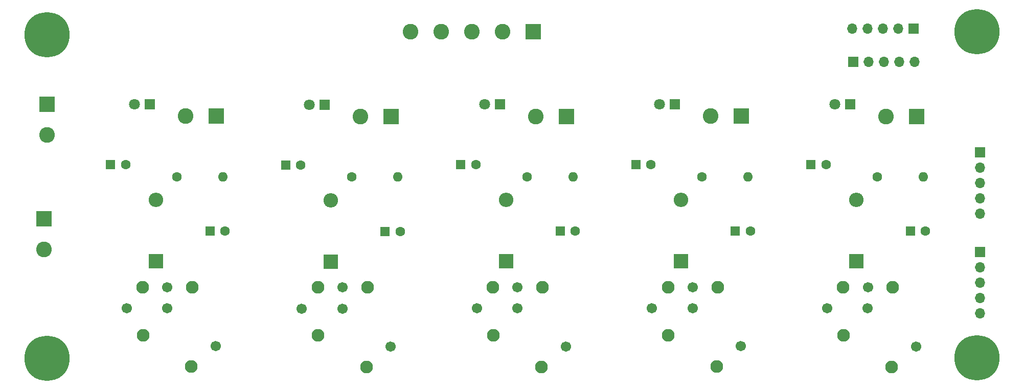
<source format=gbr>
%TF.GenerationSoftware,KiCad,Pcbnew,(5.1.9-0-10_14)*%
%TF.CreationDate,2021-06-30T23:08:08+02:00*%
%TF.ProjectId,generator,67656e65-7261-4746-9f72-2e6b69636164,rev?*%
%TF.SameCoordinates,Original*%
%TF.FileFunction,Soldermask,Top*%
%TF.FilePolarity,Negative*%
%FSLAX46Y46*%
G04 Gerber Fmt 4.6, Leading zero omitted, Abs format (unit mm)*
G04 Created by KiCad (PCBNEW (5.1.9-0-10_14)) date 2021-06-30 23:08:08*
%MOMM*%
%LPD*%
G01*
G04 APERTURE LIST*
%ADD10C,7.500000*%
%ADD11O,1.700000X1.700000*%
%ADD12R,1.700000X1.700000*%
%ADD13C,2.108200*%
%ADD14C,1.701800*%
%ADD15C,2.600000*%
%ADD16R,2.600000X2.600000*%
%ADD17O,1.600000X1.600000*%
%ADD18C,1.600000*%
%ADD19C,1.800000*%
%ADD20R,1.800000X1.800000*%
%ADD21O,2.400000X2.400000*%
%ADD22R,2.400000X2.400000*%
%ADD23R,1.600000X1.600000*%
G04 APERTURE END LIST*
D10*
%TO.C,H104*%
X199500000Y-144500000D03*
%TD*%
%TO.C,H103*%
X199500000Y-90500000D03*
%TD*%
%TO.C,H102*%
X45500000Y-144550000D03*
%TD*%
%TO.C,H101*%
X45500000Y-91000000D03*
%TD*%
D11*
%TO.C,GND5101*%
X200000000Y-120660000D03*
X200000000Y-118120000D03*
X200000000Y-115580000D03*
X200000000Y-113040000D03*
D12*
X200000000Y-110500000D03*
%TD*%
D11*
%TO.C,GND101*%
X178840000Y-90000000D03*
X181380000Y-90000000D03*
X183920000Y-90000000D03*
X186460000Y-90000000D03*
D12*
X189000000Y-90000000D03*
%TD*%
D11*
%TO.C,5V101*%
X200000000Y-137160000D03*
X200000000Y-134620000D03*
X200000000Y-132080000D03*
X200000000Y-129540000D03*
D12*
X200000000Y-127000000D03*
%TD*%
D11*
%TO.C,24V101*%
X189160000Y-95500000D03*
X186620000Y-95500000D03*
X184080000Y-95500000D03*
X181540000Y-95500000D03*
D12*
X179000000Y-95500000D03*
%TD*%
D13*
%TO.C,XLR601*%
X69550001Y-132800000D03*
D14*
X65400001Y-136280000D03*
X65435001Y-132800000D03*
X58700001Y-136280000D03*
D13*
X61350001Y-132800000D03*
D14*
X73400001Y-142600000D03*
D13*
X69400001Y-145970000D03*
X61400001Y-140750000D03*
%TD*%
%TO.C,XLR501*%
X98550000Y-132862501D03*
D14*
X94400000Y-136342501D03*
X94435000Y-132862501D03*
X87700000Y-136342501D03*
D13*
X90350000Y-132862501D03*
D14*
X102400000Y-142662501D03*
D13*
X98400000Y-146032501D03*
X90400000Y-140812501D03*
%TD*%
%TO.C,XLR401*%
X127550000Y-132825000D03*
D14*
X123400000Y-136305000D03*
X123435000Y-132825000D03*
X116700000Y-136305000D03*
D13*
X119350000Y-132825000D03*
D14*
X131400000Y-142625000D03*
D13*
X127400000Y-145995000D03*
X119400000Y-140775000D03*
%TD*%
%TO.C,XLR301*%
X156550000Y-132800000D03*
D14*
X152400000Y-136280000D03*
X152435000Y-132800000D03*
X145700000Y-136280000D03*
D13*
X148350000Y-132800000D03*
D14*
X160400000Y-142600000D03*
D13*
X156400000Y-145970000D03*
X148400000Y-140750000D03*
%TD*%
%TO.C,XLR201*%
X185549999Y-132837500D03*
D14*
X181399999Y-136317500D03*
X181434999Y-132837500D03*
X174699999Y-136317500D03*
D13*
X177349999Y-132837500D03*
D14*
X189399999Y-142637500D03*
D13*
X185399999Y-146007500D03*
X177399999Y-140787500D03*
%TD*%
D15*
%TO.C,TestButton601*%
X68420000Y-104500000D03*
D16*
X73500000Y-104500000D03*
%TD*%
D15*
%TO.C,TestButton501*%
X97419999Y-104562501D03*
D16*
X102499999Y-104562501D03*
%TD*%
D15*
%TO.C,TestButton401*%
X126419999Y-104525000D03*
D16*
X131499999Y-104525000D03*
%TD*%
D15*
%TO.C,TestButton301*%
X155419999Y-104500000D03*
D16*
X160499999Y-104500000D03*
%TD*%
D15*
%TO.C,TestButton201*%
X184419998Y-104537500D03*
D16*
X189499998Y-104537500D03*
%TD*%
D15*
%TO.C,Signals101*%
X105680000Y-90500000D03*
X110760000Y-90500000D03*
X115840000Y-90500000D03*
X120920000Y-90500000D03*
D16*
X126000000Y-90500000D03*
%TD*%
D17*
%TO.C,R601*%
X74620000Y-114500000D03*
D18*
X67000000Y-114500000D03*
%TD*%
D17*
%TO.C,R501*%
X103619999Y-114562501D03*
D18*
X95999999Y-114562501D03*
%TD*%
D17*
%TO.C,R401*%
X132619999Y-114525000D03*
D18*
X124999999Y-114525000D03*
%TD*%
D17*
%TO.C,R301*%
X161619999Y-114500000D03*
D18*
X153999999Y-114500000D03*
%TD*%
D17*
%TO.C,R201*%
X190619998Y-114537500D03*
D18*
X182999998Y-114537500D03*
%TD*%
D19*
%TO.C,D602*%
X59960000Y-102500000D03*
D20*
X62500000Y-102500000D03*
%TD*%
D21*
%TO.C,D601*%
X63500000Y-118340000D03*
D22*
X63500000Y-128500000D03*
%TD*%
D19*
%TO.C,D502*%
X88959999Y-102562501D03*
D20*
X91499999Y-102562501D03*
%TD*%
D21*
%TO.C,D501*%
X92499999Y-118402501D03*
D22*
X92499999Y-128562501D03*
%TD*%
D19*
%TO.C,D402*%
X117959999Y-102525000D03*
D20*
X120499999Y-102525000D03*
%TD*%
D21*
%TO.C,D401*%
X121499999Y-118365000D03*
D22*
X121499999Y-128525000D03*
%TD*%
D19*
%TO.C,D302*%
X146959999Y-102500000D03*
D20*
X149499999Y-102500000D03*
%TD*%
D21*
%TO.C,D301*%
X150499999Y-118340000D03*
D22*
X150499999Y-128500000D03*
%TD*%
D19*
%TO.C,D202*%
X175959998Y-102537500D03*
D20*
X178499998Y-102537500D03*
%TD*%
D21*
%TO.C,D201*%
X179499998Y-118377500D03*
D22*
X179499998Y-128537500D03*
%TD*%
D18*
%TO.C,C602*%
X58500000Y-112500000D03*
D23*
X56000000Y-112500000D03*
%TD*%
D18*
%TO.C,C601*%
X75000000Y-123500000D03*
D23*
X72500000Y-123500000D03*
%TD*%
D18*
%TO.C,C502*%
X87499999Y-112562501D03*
D23*
X84999999Y-112562501D03*
%TD*%
D18*
%TO.C,C501*%
X103999999Y-123562501D03*
D23*
X101499999Y-123562501D03*
%TD*%
D18*
%TO.C,C402*%
X116499999Y-112525000D03*
D23*
X113999999Y-112525000D03*
%TD*%
D18*
%TO.C,C401*%
X132999999Y-123525000D03*
D23*
X130499999Y-123525000D03*
%TD*%
D18*
%TO.C,C302*%
X145499999Y-112500000D03*
D23*
X142999999Y-112500000D03*
%TD*%
D18*
%TO.C,C301*%
X161999999Y-123500000D03*
D23*
X159499999Y-123500000D03*
%TD*%
D18*
%TO.C,C202*%
X174499998Y-112537500D03*
D23*
X171999998Y-112537500D03*
%TD*%
D18*
%TO.C,C201*%
X190999998Y-123537500D03*
D23*
X188499998Y-123537500D03*
%TD*%
D15*
%TO.C,5VINPUT101*%
X45000000Y-126580000D03*
D16*
X45000000Y-121500000D03*
%TD*%
D15*
%TO.C,24VINPUT101*%
X45500000Y-107580000D03*
D16*
X45500000Y-102500000D03*
%TD*%
M02*

</source>
